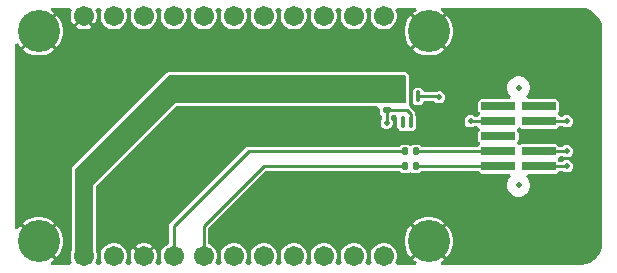
<source format=gtl>
G04*
G04 #@! TF.GenerationSoftware,Altium Limited,Altium Designer,25.9.0 (10)*
G04*
G04 Layer_Physical_Order=1*
G04 Layer_Color=255*
%FSLAX44Y44*%
%MOMM*%
G71*
G04*
G04 #@! TF.SameCoordinates,A69B8269-B679-459B-B5DD-CBE35428100B*
G04*
G04*
G04 #@! TF.FilePolarity,Positive*
G04*
G01*
G75*
%ADD11C,0.2540*%
G04:AMPARAMS|DCode=12|XSize=0.95mm|YSize=0.4mm|CornerRadius=0.1mm|HoleSize=0mm|Usage=FLASHONLY|Rotation=90.000|XOffset=0mm|YOffset=0mm|HoleType=Round|Shape=RoundedRectangle|*
%AMROUNDEDRECTD12*
21,1,0.9500,0.2000,0,0,90.0*
21,1,0.7500,0.4000,0,0,90.0*
1,1,0.2000,0.1000,0.3750*
1,1,0.2000,0.1000,-0.3750*
1,1,0.2000,-0.1000,-0.3750*
1,1,0.2000,-0.1000,0.3750*
%
%ADD12ROUNDEDRECTD12*%
G04:AMPARAMS|DCode=13|XSize=0.55mm|YSize=0.6mm|CornerRadius=0.1375mm|HoleSize=0mm|Usage=FLASHONLY|Rotation=270.000|XOffset=0mm|YOffset=0mm|HoleType=Round|Shape=RoundedRectangle|*
%AMROUNDEDRECTD13*
21,1,0.5500,0.3250,0,0,270.0*
21,1,0.2750,0.6000,0,0,270.0*
1,1,0.2750,-0.1625,-0.1375*
1,1,0.2750,-0.1625,0.1375*
1,1,0.2750,0.1625,0.1375*
1,1,0.2750,0.1625,-0.1375*
%
%ADD13ROUNDEDRECTD13*%
G04:AMPARAMS|DCode=14|XSize=0.6mm|YSize=0.55mm|CornerRadius=0.1375mm|HoleSize=0mm|Usage=FLASHONLY|Rotation=90.000|XOffset=0mm|YOffset=0mm|HoleType=Round|Shape=RoundedRectangle|*
%AMROUNDEDRECTD14*
21,1,0.6000,0.2750,0,0,90.0*
21,1,0.3250,0.5500,0,0,90.0*
1,1,0.2750,0.1375,0.1625*
1,1,0.2750,0.1375,-0.1625*
1,1,0.2750,-0.1375,-0.1625*
1,1,0.2750,-0.1375,0.1625*
%
%ADD14ROUNDEDRECTD14*%
G04:AMPARAMS|DCode=15|XSize=0.74mm|YSize=2.92mm|CornerRadius=0.185mm|HoleSize=0mm|Usage=FLASHONLY|Rotation=90.000|XOffset=0mm|YOffset=0mm|HoleType=Round|Shape=RoundedRectangle|*
%AMROUNDEDRECTD15*
21,1,0.7400,2.5500,0,0,90.0*
21,1,0.3700,2.9200,0,0,90.0*
1,1,0.3700,1.2750,0.1850*
1,1,0.3700,1.2750,-0.1850*
1,1,0.3700,-1.2750,-0.1850*
1,1,0.3700,-1.2750,0.1850*
%
%ADD15ROUNDEDRECTD15*%
G04:AMPARAMS|DCode=16|XSize=0.55mm|YSize=0.6mm|CornerRadius=0.1375mm|HoleSize=0mm|Usage=FLASHONLY|Rotation=180.000|XOffset=0mm|YOffset=0mm|HoleType=Round|Shape=RoundedRectangle|*
%AMROUNDEDRECTD16*
21,1,0.5500,0.3250,0,0,180.0*
21,1,0.2750,0.6000,0,0,180.0*
1,1,0.2750,-0.1375,0.1625*
1,1,0.2750,0.1375,0.1625*
1,1,0.2750,0.1375,-0.1625*
1,1,0.2750,-0.1375,-0.1625*
%
%ADD16ROUNDEDRECTD16*%
%ADD26C,0.5000*%
%ADD27C,1.7018*%
%ADD28C,3.5560*%
%ADD29C,0.5000*%
%ADD30C,0.5080*%
G36*
X52151Y223421D02*
X53617Y220881D01*
X53204Y220165D01*
X52451Y217355D01*
Y214445D01*
X53204Y211635D01*
X54659Y209116D01*
X54789Y208985D01*
X62602Y216798D01*
X63500Y215900D01*
X64398Y216798D01*
X72211Y208985D01*
X72341Y209116D01*
X73796Y211635D01*
X74549Y214445D01*
Y217355D01*
X73796Y220165D01*
X73383Y220881D01*
X74849Y223421D01*
X77551D01*
X79017Y220881D01*
X78604Y220165D01*
X77851Y217355D01*
Y214445D01*
X78604Y211635D01*
X80059Y209116D01*
X82116Y207059D01*
X84635Y205604D01*
X87445Y204851D01*
X90355D01*
X93165Y205604D01*
X95684Y207059D01*
X97741Y209116D01*
X99196Y211635D01*
X99949Y214445D01*
Y217355D01*
X99196Y220165D01*
X98783Y220881D01*
X100249Y223421D01*
X102951D01*
X104417Y220881D01*
X104004Y220165D01*
X103251Y217355D01*
Y214445D01*
X104004Y211635D01*
X105459Y209116D01*
X107516Y207059D01*
X110035Y205604D01*
X112845Y204851D01*
X115755D01*
X118565Y205604D01*
X121084Y207059D01*
X123141Y209116D01*
X124596Y211635D01*
X125349Y214445D01*
Y217355D01*
X124596Y220165D01*
X124183Y220881D01*
X125649Y223421D01*
X128351D01*
X129817Y220881D01*
X129404Y220165D01*
X128651Y217355D01*
Y214445D01*
X129404Y211635D01*
X130859Y209116D01*
X132916Y207059D01*
X135435Y205604D01*
X138245Y204851D01*
X141155D01*
X143965Y205604D01*
X146484Y207059D01*
X148541Y209116D01*
X149996Y211635D01*
X150749Y214445D01*
Y217355D01*
X149996Y220165D01*
X149583Y220881D01*
X151049Y223421D01*
X153751D01*
X155217Y220881D01*
X154804Y220165D01*
X154051Y217355D01*
Y214445D01*
X154804Y211635D01*
X156259Y209116D01*
X158316Y207059D01*
X160835Y205604D01*
X163645Y204851D01*
X166555D01*
X169365Y205604D01*
X171884Y207059D01*
X173941Y209116D01*
X175396Y211635D01*
X176149Y214445D01*
Y217355D01*
X175396Y220165D01*
X174983Y220881D01*
X176449Y223421D01*
X179151D01*
X180617Y220881D01*
X180204Y220165D01*
X179451Y217355D01*
Y214445D01*
X180204Y211635D01*
X181659Y209116D01*
X183716Y207059D01*
X186235Y205604D01*
X189045Y204851D01*
X191955D01*
X194765Y205604D01*
X197284Y207059D01*
X199341Y209116D01*
X200796Y211635D01*
X201549Y214445D01*
Y217355D01*
X200796Y220165D01*
X200383Y220881D01*
X201849Y223421D01*
X204551D01*
X206017Y220881D01*
X205604Y220165D01*
X204851Y217355D01*
Y214445D01*
X205604Y211635D01*
X207059Y209116D01*
X209116Y207059D01*
X211635Y205604D01*
X214445Y204851D01*
X217355D01*
X220165Y205604D01*
X222684Y207059D01*
X224741Y209116D01*
X226196Y211635D01*
X226949Y214445D01*
Y217355D01*
X226196Y220165D01*
X225783Y220881D01*
X227249Y223421D01*
X229951D01*
X231417Y220881D01*
X231004Y220165D01*
X230251Y217355D01*
Y214445D01*
X231004Y211635D01*
X232459Y209116D01*
X234516Y207059D01*
X237035Y205604D01*
X239845Y204851D01*
X242755D01*
X245565Y205604D01*
X248084Y207059D01*
X250141Y209116D01*
X251596Y211635D01*
X252349Y214445D01*
Y217355D01*
X251596Y220165D01*
X251183Y220881D01*
X252649Y223421D01*
X255351Y223421D01*
X256817Y220881D01*
X256404Y220165D01*
X255651Y217355D01*
Y214445D01*
X256404Y211635D01*
X257859Y209116D01*
X259916Y207059D01*
X262435Y205604D01*
X265245Y204851D01*
X268155D01*
X270965Y205604D01*
X273484Y207059D01*
X275541Y209116D01*
X276996Y211635D01*
X277749Y214445D01*
Y217355D01*
X276996Y220165D01*
X276583Y220881D01*
X278049Y223421D01*
X280751D01*
X282217Y220881D01*
X281804Y220165D01*
X281051Y217355D01*
Y214445D01*
X281804Y211635D01*
X283259Y209116D01*
X285316Y207059D01*
X287835Y205604D01*
X290645Y204851D01*
X293555D01*
X296365Y205604D01*
X298884Y207059D01*
X300941Y209116D01*
X302396Y211635D01*
X303149Y214445D01*
Y217355D01*
X302396Y220165D01*
X301983Y220881D01*
X303449Y223421D01*
X306151D01*
X307617Y220881D01*
X307204Y220165D01*
X306451Y217355D01*
Y214445D01*
X307204Y211635D01*
X308659Y209116D01*
X310716Y207059D01*
X313235Y205604D01*
X316045Y204851D01*
X318955D01*
X321765Y205604D01*
X324284Y207059D01*
X326341Y209116D01*
X327796Y211635D01*
X328549Y214445D01*
Y217355D01*
X327796Y220165D01*
X327383Y220881D01*
X328849Y223421D01*
X344869D01*
X345171Y222816D01*
X345486Y220881D01*
X342647Y218984D01*
X342130Y218466D01*
X355600Y204996D01*
X369070Y218466D01*
X368553Y218984D01*
X365714Y220881D01*
X366029Y222816D01*
X366331Y223421D01*
X482600D01*
X484591D01*
X488498Y222644D01*
X492178Y221119D01*
X495490Y218906D01*
X498306Y216090D01*
X500519Y212778D01*
X502043Y209098D01*
X502821Y205191D01*
X502821Y203200D01*
X502821Y25400D01*
Y23409D01*
X502043Y19502D01*
X500519Y15822D01*
X498306Y12510D01*
X495490Y9694D01*
X492178Y7481D01*
X488498Y5957D01*
X484591Y5179D01*
X482600Y5179D01*
X366331D01*
X366029Y5784D01*
X365714Y7719D01*
X368553Y9616D01*
X369070Y10134D01*
X355600Y23604D01*
X342130Y10134D01*
X342647Y9616D01*
X345486Y7719D01*
X345171Y5784D01*
X344869Y5179D01*
X328849D01*
X327383Y7719D01*
X327796Y8435D01*
X328549Y11245D01*
Y14155D01*
X327796Y16965D01*
X326341Y19484D01*
X324284Y21541D01*
X321765Y22996D01*
X318955Y23749D01*
X316045D01*
X313235Y22996D01*
X310716Y21541D01*
X308659Y19484D01*
X307204Y16965D01*
X306451Y14155D01*
Y11245D01*
X307204Y8435D01*
X307617Y7719D01*
X306151Y5179D01*
X303449D01*
X301983Y7719D01*
X302396Y8435D01*
X303149Y11245D01*
Y14155D01*
X302396Y16965D01*
X300941Y19484D01*
X298884Y21541D01*
X296365Y22996D01*
X293555Y23749D01*
X290645D01*
X287835Y22996D01*
X285316Y21541D01*
X283259Y19484D01*
X281804Y16965D01*
X281051Y14155D01*
Y11245D01*
X281804Y8435D01*
X282217Y7719D01*
X280751Y5179D01*
X278049D01*
X276583Y7719D01*
X276996Y8435D01*
X277749Y11245D01*
Y14155D01*
X276996Y16965D01*
X275541Y19484D01*
X273484Y21541D01*
X270965Y22996D01*
X268155Y23749D01*
X265245D01*
X262435Y22996D01*
X259916Y21541D01*
X257859Y19484D01*
X256404Y16965D01*
X255651Y14155D01*
Y11245D01*
X256404Y8435D01*
X256817Y7719D01*
X255351Y5179D01*
X252649D01*
X251183Y7719D01*
X251596Y8435D01*
X252349Y11245D01*
Y14155D01*
X251596Y16965D01*
X250141Y19484D01*
X248084Y21541D01*
X245565Y22996D01*
X242755Y23749D01*
X239845D01*
X237035Y22996D01*
X234516Y21541D01*
X232459Y19484D01*
X231004Y16965D01*
X230251Y14155D01*
Y11245D01*
X231004Y8435D01*
X231417Y7719D01*
X229951Y5179D01*
X227249D01*
X225783Y7719D01*
X226196Y8435D01*
X226949Y11245D01*
Y14155D01*
X226196Y16965D01*
X224741Y19484D01*
X222684Y21541D01*
X220165Y22996D01*
X217355Y23749D01*
X214445D01*
X211635Y22996D01*
X209116Y21541D01*
X207059Y19484D01*
X205604Y16965D01*
X204851Y14155D01*
Y11245D01*
X205604Y8435D01*
X206017Y7719D01*
X204551Y5179D01*
X201849D01*
X200383Y7719D01*
X200796Y8435D01*
X201549Y11245D01*
Y14155D01*
X200796Y16965D01*
X199341Y19484D01*
X197284Y21541D01*
X194765Y22996D01*
X191955Y23749D01*
X189045D01*
X186235Y22996D01*
X183716Y21541D01*
X181659Y19484D01*
X180204Y16965D01*
X179451Y14155D01*
Y11245D01*
X180204Y8435D01*
X180617Y7719D01*
X179151Y5179D01*
X176449D01*
X174983Y7719D01*
X175396Y8435D01*
X176149Y11245D01*
Y14155D01*
X175396Y16965D01*
X173941Y19484D01*
X171884Y21541D01*
X169365Y22996D01*
X168985Y23098D01*
Y36491D01*
X217509Y85015D01*
X331286D01*
X331662Y84452D01*
X332957Y83587D01*
X334485Y83283D01*
X337235D01*
X338763Y83587D01*
X340057Y84452D01*
X340662D01*
X341958Y83587D01*
X343485Y83283D01*
X346235D01*
X347762Y83587D01*
X349058Y84452D01*
X349434Y85015D01*
X397980D01*
X398735Y83885D01*
X400187Y82915D01*
X401900Y82574D01*
X424240D01*
X425201Y80034D01*
X424086Y78919D01*
X422817Y76721D01*
X422160Y74269D01*
Y71731D01*
X422817Y69279D01*
X424086Y67081D01*
X425881Y65286D01*
X428079Y64017D01*
X430531Y63360D01*
X433069D01*
X435521Y64017D01*
X437719Y65286D01*
X439514Y67081D01*
X440783Y69279D01*
X441440Y71731D01*
Y74269D01*
X440783Y76721D01*
X439514Y78919D01*
X438399Y80034D01*
X439361Y82574D01*
X461700D01*
X463413Y82915D01*
X464865Y83885D01*
X465620Y85015D01*
X469140D01*
X469562Y84593D01*
X471429Y83820D01*
X473451D01*
X475318Y84593D01*
X476747Y86022D01*
X477520Y87889D01*
Y89910D01*
X476747Y91778D01*
X475318Y93207D01*
X473451Y93980D01*
X471429D01*
X469562Y93207D01*
X469140Y92785D01*
X465620D01*
X465043Y93649D01*
X464865Y94236D01*
Y95488D01*
X466666Y97557D01*
X469244Y97612D01*
X469562Y97293D01*
X471429Y96520D01*
X473451D01*
X475318Y97293D01*
X476747Y98722D01*
X477520Y100590D01*
Y102611D01*
X476747Y104478D01*
X475318Y105907D01*
X473451Y106680D01*
X471429D01*
X469562Y105907D01*
X469140Y105485D01*
X465620D01*
X464865Y106615D01*
X463413Y107585D01*
X461700Y107926D01*
X436200D01*
X434487Y107585D01*
X433105Y106662D01*
X431358Y106992D01*
X430743Y109551D01*
X431535Y110737D01*
X431876Y112450D01*
Y116150D01*
X431535Y117863D01*
X430743Y119049D01*
X431358Y121608D01*
X433105Y121938D01*
X434487Y121015D01*
X436200Y120674D01*
X461700D01*
X463413Y121015D01*
X464865Y121985D01*
X465620Y123115D01*
X469140D01*
X469562Y122693D01*
X471429Y121920D01*
X473451D01*
X475318Y122693D01*
X476747Y124122D01*
X477520Y125990D01*
Y128011D01*
X476747Y129878D01*
X475318Y131307D01*
X473451Y132080D01*
X471429D01*
X469562Y131307D01*
X469244Y130988D01*
X466666Y131043D01*
X464865Y133112D01*
Y134685D01*
X465043Y134951D01*
X465835Y136137D01*
X466176Y137850D01*
Y141550D01*
X465835Y143263D01*
X464865Y144715D01*
X463413Y145685D01*
X461700Y146026D01*
X439361D01*
X438399Y148566D01*
X439514Y149681D01*
X440783Y151879D01*
X441440Y154331D01*
Y156869D01*
X440783Y159321D01*
X439514Y161519D01*
X437719Y163314D01*
X435521Y164583D01*
X433069Y165240D01*
X430531D01*
X428079Y164583D01*
X425881Y163314D01*
X424086Y161519D01*
X422817Y159321D01*
X422160Y156869D01*
Y154331D01*
X422817Y151879D01*
X424086Y149681D01*
X425201Y148566D01*
X424240Y146026D01*
X401900D01*
X400187Y145685D01*
X398735Y144715D01*
X397765Y143263D01*
X397424Y141550D01*
Y137850D01*
X397765Y136137D01*
X398557Y134951D01*
X398735Y134685D01*
Y133112D01*
X396934Y131043D01*
X394356Y130988D01*
X394038Y131307D01*
X392170Y132080D01*
X390149D01*
X388282Y131307D01*
X386853Y129878D01*
X386080Y128011D01*
Y125990D01*
X386853Y124122D01*
X388282Y122693D01*
X390149Y121920D01*
X392170D01*
X394038Y122693D01*
X394356Y123012D01*
X396934Y122957D01*
X398735Y120888D01*
Y119315D01*
X398557Y119049D01*
X397765Y117863D01*
X397424Y116150D01*
Y112450D01*
X397765Y110737D01*
X398557Y109551D01*
X398735Y109285D01*
Y107712D01*
X396796Y105485D01*
X349434D01*
X349058Y106048D01*
X347762Y106913D01*
X346235Y107217D01*
X343485D01*
X341958Y106913D01*
X340662Y106048D01*
X340057D01*
X338763Y106913D01*
X337235Y107217D01*
X334485D01*
X332957Y106913D01*
X331662Y106048D01*
X331286Y105485D01*
X203200D01*
X201713Y105189D01*
X200453Y104347D01*
X136953Y40847D01*
X136111Y39587D01*
X135815Y38100D01*
Y23098D01*
X135435Y22996D01*
X132916Y21541D01*
X130859Y19484D01*
X129404Y16965D01*
X128651Y14155D01*
Y11245D01*
X129404Y8435D01*
X129817Y7719D01*
X128351Y5179D01*
X125649D01*
X124183Y7719D01*
X124596Y8435D01*
X125349Y11245D01*
Y14155D01*
X124596Y16965D01*
X123141Y19484D01*
X123011Y19615D01*
X115198Y11802D01*
X114300Y12700D01*
X113402Y11802D01*
X105589Y19615D01*
X105459Y19484D01*
X104004Y16965D01*
X103251Y14155D01*
Y11245D01*
X104004Y8435D01*
X104417Y7719D01*
X102951Y5179D01*
X100249D01*
X98783Y7719D01*
X99196Y8435D01*
X99949Y11245D01*
Y14155D01*
X99196Y16965D01*
X97741Y19484D01*
X95684Y21541D01*
X93165Y22996D01*
X90355Y23749D01*
X87445D01*
X84635Y22996D01*
X82116Y21541D01*
X80059Y19484D01*
X78604Y16965D01*
X77851Y14155D01*
Y11245D01*
X78604Y8435D01*
X79017Y7719D01*
X77551Y5179D01*
X74849D01*
X73383Y7719D01*
X73796Y8435D01*
X74549Y11245D01*
Y14155D01*
X73796Y16965D01*
X73710Y17114D01*
Y71317D01*
X142043Y139650D01*
X312193D01*
X314423Y137845D01*
Y135095D01*
X314727Y133567D01*
X315592Y132273D01*
X316155Y131896D01*
Y129030D01*
X315733Y128608D01*
X314960Y126741D01*
Y124719D01*
X315733Y122852D01*
X317162Y121423D01*
X319030Y120650D01*
X321050D01*
X322918Y121423D01*
X324347Y122852D01*
X325120Y124719D01*
Y126741D01*
X324347Y128608D01*
X323925Y129030D01*
Y131896D01*
X324488Y132273D01*
X324697Y132585D01*
X327390D01*
X327690Y132403D01*
X329278Y130045D01*
X329251Y129910D01*
Y122410D01*
X329525Y121029D01*
X330308Y119858D01*
X331479Y119075D01*
X332860Y118801D01*
X334860D01*
X336241Y119075D01*
X337110Y119656D01*
X337979Y119075D01*
X339360Y118801D01*
X341360D01*
X342741Y119075D01*
X343912Y119858D01*
X344695Y121029D01*
X344969Y122410D01*
Y129910D01*
X344695Y131291D01*
X344245Y131965D01*
Y133350D01*
X343949Y134837D01*
X343107Y136097D01*
X339987Y139217D01*
X339702Y139407D01*
X338805Y140950D01*
X338943Y142519D01*
X339140Y143510D01*
Y165100D01*
X338943Y166091D01*
X338381Y166931D01*
X337111Y168201D01*
X336271Y168763D01*
X335280Y168960D01*
X135890D01*
X134899Y168763D01*
X134059Y168201D01*
X54049Y88191D01*
X53487Y87351D01*
X53290Y86360D01*
X53290Y17114D01*
X53204Y16965D01*
X52451Y14155D01*
Y11245D01*
X53204Y8435D01*
X53617Y7719D01*
X52151Y5179D01*
X36131D01*
X35829Y5784D01*
X35514Y7719D01*
X38353Y9616D01*
X38870Y10134D01*
X24502Y24502D01*
X10134Y38870D01*
X9616Y38353D01*
X7719Y35514D01*
X5784Y35829D01*
X5179Y36131D01*
Y192469D01*
X5784Y192771D01*
X7719Y193086D01*
X9616Y190247D01*
X10134Y189730D01*
X24502Y204098D01*
X38870Y218466D01*
X38353Y218984D01*
X35514Y220881D01*
X35829Y222816D01*
X36131Y223421D01*
X52151D01*
D02*
G37*
G36*
X336550Y165100D02*
Y143510D01*
X335280Y142240D01*
X140970D01*
X71120Y72390D01*
Y10160D01*
X55880D01*
X55880Y86360D01*
X135890Y166370D01*
X335280D01*
X336550Y165100D01*
D02*
G37*
%LPC*%
G36*
X63500Y214104D02*
X56585Y207189D01*
X56716Y207059D01*
X59235Y205604D01*
X62045Y204851D01*
X64955D01*
X67765Y205604D01*
X70284Y207059D01*
X70415Y207189D01*
X63500Y214104D01*
D02*
G37*
G36*
X340334Y216670D02*
X339816Y216153D01*
X337593Y212825D01*
X336061Y209127D01*
X335280Y205201D01*
Y201199D01*
X336061Y197273D01*
X337593Y193575D01*
X339816Y190247D01*
X340334Y189730D01*
X353804Y203200D01*
X340334Y216670D01*
D02*
G37*
G36*
X370866Y216670D02*
X357396Y203200D01*
X370866Y189730D01*
X371384Y190247D01*
X373607Y193575D01*
X375139Y197273D01*
X375920Y201199D01*
Y205201D01*
X375139Y209127D01*
X373607Y212825D01*
X371384Y216153D01*
X370866Y216670D01*
D02*
G37*
G36*
X40666D02*
X27196Y203200D01*
X40666Y189730D01*
X41184Y190247D01*
X43407Y193575D01*
X44939Y197273D01*
X45720Y201199D01*
Y205201D01*
X44939Y209127D01*
X43407Y212825D01*
X41184Y216153D01*
X40666Y216670D01*
D02*
G37*
G36*
X355600Y201404D02*
X342130Y187934D01*
X342647Y187416D01*
X345975Y185193D01*
X349673Y183661D01*
X353599Y182880D01*
X357601D01*
X361527Y183661D01*
X365225Y185193D01*
X368553Y187416D01*
X369070Y187934D01*
X355600Y201404D01*
D02*
G37*
G36*
X25400D02*
X11930Y187934D01*
X12447Y187416D01*
X15775Y185193D01*
X19473Y183661D01*
X23399Y182880D01*
X27401D01*
X31327Y183661D01*
X35025Y185193D01*
X38353Y187416D01*
X38870Y187934D01*
X25400Y201404D01*
D02*
G37*
G36*
X347860Y155519D02*
X345860D01*
X344479Y155245D01*
X343308Y154462D01*
X342525Y153291D01*
X342251Y151910D01*
Y144410D01*
X342525Y143029D01*
X343308Y141858D01*
X344479Y141075D01*
X345860Y140801D01*
X347860D01*
X349241Y141075D01*
X350412Y141858D01*
X351195Y143029D01*
X351443Y144275D01*
X360350D01*
X361612Y143013D01*
X363479Y142240D01*
X365500D01*
X367368Y143013D01*
X368797Y144442D01*
X369570Y146309D01*
Y148330D01*
X368797Y150198D01*
X367368Y151627D01*
X365500Y152400D01*
X363479D01*
X362622Y152045D01*
X351443D01*
X351195Y153291D01*
X350412Y154462D01*
X349241Y155245D01*
X347860Y155519D01*
D02*
G37*
G36*
X27401Y45720D02*
X23399D01*
X19473Y44939D01*
X15775Y43407D01*
X12447Y41184D01*
X11930Y40666D01*
X25400Y27196D01*
X38870Y40666D01*
X38353Y41184D01*
X35025Y43407D01*
X31327Y44939D01*
X27401Y45720D01*
D02*
G37*
G36*
X357601D02*
X353599D01*
X349673Y44939D01*
X345975Y43407D01*
X342647Y41184D01*
X342130Y40666D01*
X355600Y27196D01*
X369070Y40666D01*
X368553Y41184D01*
X365225Y43407D01*
X361527Y44939D01*
X357601Y45720D01*
D02*
G37*
G36*
X115755Y23749D02*
X112845D01*
X110035Y22996D01*
X107516Y21541D01*
X107385Y21411D01*
X114300Y14496D01*
X121215Y21411D01*
X121084Y21541D01*
X118565Y22996D01*
X115755Y23749D01*
D02*
G37*
G36*
X340334Y38870D02*
X339816Y38353D01*
X337593Y35025D01*
X336061Y31327D01*
X335280Y27401D01*
Y23399D01*
X336061Y19473D01*
X337593Y15775D01*
X339816Y12447D01*
X340334Y11930D01*
X353804Y25400D01*
X340334Y38870D01*
D02*
G37*
G36*
X40666Y38870D02*
X27196Y25400D01*
X40666Y11930D01*
X41184Y12447D01*
X43407Y15775D01*
X44939Y19473D01*
X45720Y23399D01*
Y27401D01*
X44939Y31327D01*
X43407Y35025D01*
X41184Y38353D01*
X40666Y38870D01*
D02*
G37*
G36*
X370866D02*
X357396Y25400D01*
X370866Y11930D01*
X371384Y12447D01*
X373607Y15775D01*
X375139Y19473D01*
X375920Y23399D01*
Y27401D01*
X375139Y31327D01*
X373607Y35025D01*
X371384Y38353D01*
X370866Y38870D01*
D02*
G37*
%LPD*%
D11*
X346860Y148160D02*
X363650D01*
X364490Y147320D01*
X448950Y88900D02*
X472440D01*
X448950Y101600D02*
X472440D01*
X448950Y127000D02*
X472440D01*
X391160D02*
X414650D01*
X320040Y125730D02*
Y136470D01*
X215900Y88900D02*
X335860D01*
X165100Y38100D02*
X215900Y88900D01*
X165100Y12700D02*
Y38100D01*
X203200Y101600D02*
X335860D01*
X139700Y38100D02*
X203200Y101600D01*
X139700Y12700D02*
Y38100D01*
X344860Y88900D02*
X414650D01*
X344860Y101600D02*
X414650D01*
X340360Y126160D02*
Y133350D01*
X337240Y136470D02*
X340360Y133350D01*
X320040Y136470D02*
X337240D01*
D12*
X340360Y126160D02*
D03*
X346860D02*
D03*
Y148160D02*
D03*
X333860D02*
D03*
Y126160D02*
D03*
D13*
X320040Y136470D02*
D03*
Y145470D02*
D03*
D14*
X342320Y162560D02*
D03*
X333320D02*
D03*
D15*
X448950Y114300D02*
D03*
X414650Y127000D02*
D03*
X448950D02*
D03*
Y101600D02*
D03*
X414650Y88900D02*
D03*
Y101600D02*
D03*
X448950Y88900D02*
D03*
X414650Y114300D02*
D03*
X448950Y139700D02*
D03*
X414650D02*
D03*
D16*
X344860Y88900D02*
D03*
Y101600D02*
D03*
X335860Y88900D02*
D03*
Y101600D02*
D03*
D26*
X449350Y114300D02*
X472440D01*
D27*
X317500Y12700D02*
D03*
X114300D02*
D03*
X63500Y215900D02*
D03*
Y12700D02*
D03*
X292100D02*
D03*
X190500D02*
D03*
X241300D02*
D03*
X88900Y215900D02*
D03*
X114300D02*
D03*
X139700D02*
D03*
X165100D02*
D03*
X190500D02*
D03*
X215900D02*
D03*
X241300D02*
D03*
X266700D02*
D03*
X292100D02*
D03*
X317500D02*
D03*
X88900Y12700D02*
D03*
X139700D02*
D03*
X165100D02*
D03*
X215900D02*
D03*
X266700D02*
D03*
D28*
X25400Y25400D02*
D03*
Y203200D02*
D03*
X355600Y25400D02*
D03*
Y203200D02*
D03*
D29*
X431800Y73000D02*
D03*
Y155600D02*
D03*
D30*
X482600Y203200D02*
D03*
X266700Y114300D02*
D03*
X165100D02*
D03*
X364490Y147320D02*
D03*
X472440Y88900D02*
D03*
Y101600D02*
D03*
Y114300D02*
D03*
Y127000D02*
D03*
X391160D02*
D03*
X320040Y125730D02*
D03*
X76200Y165100D02*
D03*
X431800Y203200D02*
D03*
X482600Y160020D02*
D03*
Y25400D02*
D03*
X101600Y63500D02*
D03*
X266700Y190500D02*
D03*
X165100D02*
D03*
X25400Y114300D02*
D03*
X391160Y139700D02*
D03*
X346710Y115570D02*
D03*
X350520Y162560D02*
D03*
M02*

</source>
